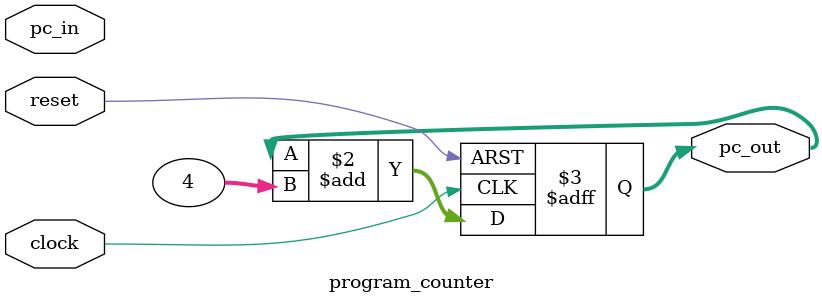
<source format=v>
module program_counter (
    input clock,
    input reset,
    input [31:0] pc_in,    // External PC input (optional)
    output reg [31:0] pc_out // Program counter output
);
		
    always @(posedge clock or posedge reset) begin
    if (reset)
        pc_out <= 32'h003FFFFC;
    else
        pc_out <= pc_out + 4;
end

endmodule
</source>
